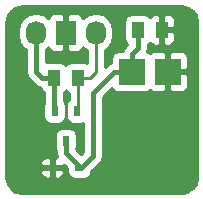
<source format=gbr>
G04 #@! TF.FileFunction,Copper,L1,Top,Signal*
%FSLAX46Y46*%
G04 Gerber Fmt 4.6, Leading zero omitted, Abs format (unit mm)*
G04 Created by KiCad (PCBNEW 0.201505162027+5655~23~ubuntu14.04.1-product) date Mi 10 Jun 2015 11:43:43 CEST*
%MOMM*%
G01*
G04 APERTURE LIST*
%ADD10C,0.100000*%
%ADD11R,2.200000X2.200000*%
%ADD12O,1.727200X2.032000*%
%ADD13R,1.727200X2.032000*%
%ADD14R,1.000000X1.397000*%
%ADD15R,0.750000X0.550000*%
%ADD16R,0.609600X0.889000*%
%ADD17C,0.400000*%
%ADD18C,0.250000*%
%ADD19C,0.254000*%
G04 APERTURE END LIST*
D10*
D11*
X170180000Y-67818000D03*
X167132000Y-67818000D03*
D12*
X159004000Y-64516000D03*
D13*
X161544000Y-64516000D03*
D12*
X164084000Y-64516000D03*
D14*
X169672000Y-64262000D03*
X167640000Y-64262000D03*
X162560000Y-68326000D03*
X160528000Y-68326000D03*
D15*
X160401000Y-75946000D03*
X162687000Y-75946000D03*
D16*
X160591500Y-71120000D03*
X162496500Y-71120000D03*
X161544000Y-73660000D03*
D17*
X163830000Y-70612000D02*
X163830000Y-69596000D01*
X163830000Y-74930000D02*
X163830000Y-70612000D01*
X162814000Y-75946000D02*
X163830000Y-74930000D01*
X165608000Y-67818000D02*
X167132000Y-67818000D01*
X163830000Y-69596000D02*
X165608000Y-67818000D01*
X167640000Y-64262000D02*
X167640000Y-65786000D01*
X167640000Y-65786000D02*
X167132000Y-66294000D01*
X167132000Y-66294000D02*
X167132000Y-67818000D01*
X162687000Y-75946000D02*
X162814000Y-75946000D01*
X161544000Y-73660000D02*
X161544000Y-74676000D01*
X161544000Y-74676000D02*
X162687000Y-75819000D01*
X162687000Y-75819000D02*
X162687000Y-75946000D01*
X160528000Y-68326000D02*
X160528000Y-71056500D01*
X160528000Y-71056500D02*
X160591500Y-71120000D01*
X159004000Y-64516000D02*
X159004000Y-67818000D01*
X159512000Y-68326000D02*
X160528000Y-68326000D01*
X159004000Y-67818000D02*
X159512000Y-68326000D01*
X169672000Y-64262000D02*
X169672000Y-65786000D01*
X170180000Y-66294000D02*
X170180000Y-67818000D01*
X169672000Y-65786000D02*
X170180000Y-66294000D01*
D18*
X162560000Y-68326000D02*
X162560000Y-71056500D01*
X162560000Y-71056500D02*
X162496500Y-71120000D01*
X164084000Y-64516000D02*
X164084000Y-67818000D01*
X163576000Y-68326000D02*
X162560000Y-68326000D01*
X164084000Y-67818000D02*
X163576000Y-68326000D01*
D19*
G36*
X172670000Y-76767534D02*
X172564735Y-77296738D01*
X172303181Y-77688179D01*
X171915000Y-77947554D01*
X171915000Y-69044310D01*
X171915000Y-68791691D01*
X171915000Y-68103750D01*
X171915000Y-67532250D01*
X171915000Y-66844309D01*
X171915000Y-66591690D01*
X171818327Y-66358301D01*
X171639698Y-66179673D01*
X171406309Y-66083000D01*
X170807000Y-66083000D01*
X170807000Y-65086810D01*
X170807000Y-64834191D01*
X170807000Y-64547750D01*
X170807000Y-63976250D01*
X170807000Y-63689809D01*
X170807000Y-63437190D01*
X170710327Y-63203801D01*
X170531698Y-63025173D01*
X170298309Y-62928500D01*
X169957750Y-62928500D01*
X169799000Y-63087250D01*
X169799000Y-64135000D01*
X170648250Y-64135000D01*
X170807000Y-63976250D01*
X170807000Y-64547750D01*
X170648250Y-64389000D01*
X169799000Y-64389000D01*
X169799000Y-65436750D01*
X169957750Y-65595500D01*
X170298309Y-65595500D01*
X170531698Y-65498827D01*
X170710327Y-65320199D01*
X170807000Y-65086810D01*
X170807000Y-66083000D01*
X170465750Y-66083000D01*
X170307000Y-66241750D01*
X170307000Y-67691000D01*
X171756250Y-67691000D01*
X171915000Y-67532250D01*
X171915000Y-68103750D01*
X171756250Y-67945000D01*
X170307000Y-67945000D01*
X170307000Y-69394250D01*
X170465750Y-69553000D01*
X171406309Y-69553000D01*
X171639698Y-69456327D01*
X171818327Y-69277699D01*
X171915000Y-69044310D01*
X171915000Y-77947554D01*
X171911738Y-77949734D01*
X171382533Y-78055000D01*
X170053000Y-78055000D01*
X170053000Y-69394250D01*
X170053000Y-67945000D01*
X170033000Y-67945000D01*
X170033000Y-67691000D01*
X170053000Y-67691000D01*
X170053000Y-66241750D01*
X169894250Y-66083000D01*
X168953691Y-66083000D01*
X168720302Y-66179673D01*
X168659376Y-66240597D01*
X168481640Y-66120623D01*
X168410847Y-66106426D01*
X168411439Y-66105541D01*
X168411439Y-66105540D01*
X168474999Y-65786000D01*
X168475000Y-65786000D01*
X168475000Y-65499952D01*
X168594927Y-65421173D01*
X168651232Y-65337758D01*
X168812302Y-65498827D01*
X169045691Y-65595500D01*
X169386250Y-65595500D01*
X169545000Y-65436750D01*
X169545000Y-64389000D01*
X169525000Y-64389000D01*
X169525000Y-64135000D01*
X169545000Y-64135000D01*
X169545000Y-63087250D01*
X169386250Y-62928500D01*
X169045691Y-62928500D01*
X168812302Y-63025173D01*
X168651510Y-63185963D01*
X168600673Y-63108573D01*
X168389640Y-62966123D01*
X168140000Y-62916060D01*
X167140000Y-62916060D01*
X166897877Y-62963037D01*
X166685073Y-63102827D01*
X166542623Y-63313860D01*
X166492560Y-63563500D01*
X166492560Y-64960500D01*
X166539537Y-65202623D01*
X166679327Y-65415427D01*
X166769103Y-65476027D01*
X166541566Y-65703566D01*
X166360561Y-65974459D01*
X166341445Y-66070560D01*
X166032000Y-66070560D01*
X165789877Y-66117537D01*
X165577073Y-66257327D01*
X165434623Y-66468360D01*
X165384560Y-66718000D01*
X165384560Y-67027444D01*
X165288460Y-67046560D01*
X165017566Y-67227566D01*
X164844000Y-67401132D01*
X164844000Y-65960648D01*
X165143670Y-65760415D01*
X165468526Y-65274234D01*
X165582600Y-64700745D01*
X165582600Y-64331255D01*
X165468526Y-63757766D01*
X165143670Y-63271585D01*
X164657489Y-62946729D01*
X164084000Y-62832655D01*
X163510511Y-62946729D01*
X163024330Y-63271585D01*
X163009499Y-63293780D01*
X162945927Y-63140302D01*
X162767299Y-62961673D01*
X162533910Y-62865000D01*
X162281291Y-62865000D01*
X161829750Y-62865000D01*
X161671000Y-63023750D01*
X161671000Y-64389000D01*
X161691000Y-64389000D01*
X161691000Y-64643000D01*
X161671000Y-64643000D01*
X161671000Y-66008250D01*
X161829750Y-66167000D01*
X162281291Y-66167000D01*
X162533910Y-66167000D01*
X162767299Y-66070327D01*
X162945927Y-65891698D01*
X163009499Y-65738219D01*
X163024330Y-65760415D01*
X163324000Y-65960648D01*
X163324000Y-67039816D01*
X163309640Y-67030123D01*
X163060000Y-66980060D01*
X162060000Y-66980060D01*
X161817877Y-67027037D01*
X161605073Y-67166827D01*
X161544168Y-67257054D01*
X161488673Y-67172573D01*
X161277640Y-67030123D01*
X161028000Y-66980060D01*
X160028000Y-66980060D01*
X159839000Y-67016730D01*
X159839000Y-65910534D01*
X160063670Y-65760415D01*
X160078500Y-65738219D01*
X160142073Y-65891698D01*
X160320701Y-66070327D01*
X160554090Y-66167000D01*
X160806709Y-66167000D01*
X161258250Y-66167000D01*
X161417000Y-66008250D01*
X161417000Y-64643000D01*
X161397000Y-64643000D01*
X161397000Y-64389000D01*
X161417000Y-64389000D01*
X161417000Y-63023750D01*
X161258250Y-62865000D01*
X160806709Y-62865000D01*
X160554090Y-62865000D01*
X160320701Y-62961673D01*
X160142073Y-63140302D01*
X160078500Y-63293780D01*
X160063670Y-63271585D01*
X159577489Y-62946729D01*
X159004000Y-62832655D01*
X158430511Y-62946729D01*
X157944330Y-63271585D01*
X157619474Y-63757766D01*
X157505400Y-64331255D01*
X157505400Y-64700745D01*
X157619474Y-65274234D01*
X157944330Y-65760415D01*
X158169000Y-65910534D01*
X158169000Y-67818000D01*
X158232561Y-68137541D01*
X158413566Y-68408434D01*
X158921565Y-68916434D01*
X158921566Y-68916434D01*
X159057012Y-69006936D01*
X159192459Y-69097439D01*
X159192460Y-69097439D01*
X159402830Y-69139284D01*
X159427537Y-69266623D01*
X159567327Y-69479427D01*
X159693000Y-69564257D01*
X159693000Y-70420412D01*
X159689323Y-70425860D01*
X159639260Y-70675500D01*
X159639260Y-71564500D01*
X159686237Y-71806623D01*
X159826027Y-72019427D01*
X160037060Y-72161877D01*
X160286700Y-72211940D01*
X160896300Y-72211940D01*
X161138423Y-72164963D01*
X161351227Y-72025173D01*
X161493677Y-71814140D01*
X161543740Y-71564500D01*
X161543740Y-70675500D01*
X161496763Y-70433377D01*
X161363000Y-70229747D01*
X161363000Y-69563952D01*
X161482927Y-69485173D01*
X161543831Y-69394945D01*
X161599327Y-69479427D01*
X161800000Y-69614883D01*
X161800000Y-70173293D01*
X161736773Y-70214827D01*
X161594323Y-70425860D01*
X161544260Y-70675500D01*
X161544260Y-71564500D01*
X161591237Y-71806623D01*
X161731027Y-72019427D01*
X161942060Y-72161877D01*
X162191700Y-72211940D01*
X162801300Y-72211940D01*
X162995000Y-72174358D01*
X162995000Y-74584132D01*
X162814000Y-74765132D01*
X162428780Y-74379912D01*
X162446177Y-74354140D01*
X162496240Y-74104500D01*
X162496240Y-73215500D01*
X162449263Y-72973377D01*
X162309473Y-72760573D01*
X162098440Y-72618123D01*
X161848800Y-72568060D01*
X161239200Y-72568060D01*
X160997077Y-72615037D01*
X160784273Y-72754827D01*
X160641823Y-72965860D01*
X160591760Y-73215500D01*
X160591760Y-74104500D01*
X160638737Y-74346623D01*
X160709000Y-74453585D01*
X160709000Y-74676000D01*
X160772561Y-74995541D01*
X160799594Y-75036000D01*
X160686750Y-75036000D01*
X160528000Y-75194750D01*
X160528000Y-75819000D01*
X161252250Y-75819000D01*
X161379191Y-75692059D01*
X161411000Y-75723868D01*
X161664560Y-75977428D01*
X161664560Y-76221000D01*
X161711537Y-76463123D01*
X161851327Y-76675927D01*
X162062360Y-76818377D01*
X162312000Y-76868440D01*
X163062000Y-76868440D01*
X163304123Y-76821463D01*
X163516927Y-76681673D01*
X163659377Y-76470640D01*
X163706824Y-76234043D01*
X164420434Y-75520434D01*
X164601439Y-75249541D01*
X164601439Y-75249540D01*
X164665000Y-74930000D01*
X164665000Y-70612000D01*
X164665000Y-69941868D01*
X165437566Y-69169301D01*
X165571327Y-69372927D01*
X165782360Y-69515377D01*
X166032000Y-69565440D01*
X168232000Y-69565440D01*
X168474123Y-69518463D01*
X168660202Y-69396228D01*
X168720302Y-69456327D01*
X168953691Y-69553000D01*
X169894250Y-69553000D01*
X170053000Y-69394250D01*
X170053000Y-78055000D01*
X161411000Y-78055000D01*
X161411000Y-76347310D01*
X161411000Y-76231750D01*
X161252250Y-76073000D01*
X160528000Y-76073000D01*
X160528000Y-76697250D01*
X160686750Y-76856000D01*
X160902309Y-76856000D01*
X161135698Y-76759327D01*
X161314327Y-76580699D01*
X161411000Y-76347310D01*
X161411000Y-78055000D01*
X160274000Y-78055000D01*
X160274000Y-76697250D01*
X160274000Y-76073000D01*
X160274000Y-75819000D01*
X160274000Y-75194750D01*
X160115250Y-75036000D01*
X159899691Y-75036000D01*
X159666302Y-75132673D01*
X159487673Y-75311301D01*
X159391000Y-75544690D01*
X159391000Y-75660250D01*
X159549750Y-75819000D01*
X160274000Y-75819000D01*
X160274000Y-76073000D01*
X159549750Y-76073000D01*
X159391000Y-76231750D01*
X159391000Y-76347310D01*
X159487673Y-76580699D01*
X159666302Y-76759327D01*
X159899691Y-76856000D01*
X160115250Y-76856000D01*
X160274000Y-76697250D01*
X160274000Y-78055000D01*
X157801465Y-78055000D01*
X157272261Y-77949735D01*
X156880820Y-77688181D01*
X156619265Y-77296738D01*
X156514000Y-76767533D01*
X156514000Y-63567466D01*
X156619265Y-63038261D01*
X156880820Y-62646818D01*
X157272261Y-62385264D01*
X157801465Y-62280000D01*
X171382533Y-62280000D01*
X171911738Y-62385265D01*
X172303181Y-62646820D01*
X172564735Y-63038261D01*
X172670000Y-63567465D01*
X172670000Y-76767534D01*
X172670000Y-76767534D01*
G37*
X172670000Y-76767534D02*
X172564735Y-77296738D01*
X172303181Y-77688179D01*
X171915000Y-77947554D01*
X171915000Y-69044310D01*
X171915000Y-68791691D01*
X171915000Y-68103750D01*
X171915000Y-67532250D01*
X171915000Y-66844309D01*
X171915000Y-66591690D01*
X171818327Y-66358301D01*
X171639698Y-66179673D01*
X171406309Y-66083000D01*
X170807000Y-66083000D01*
X170807000Y-65086810D01*
X170807000Y-64834191D01*
X170807000Y-64547750D01*
X170807000Y-63976250D01*
X170807000Y-63689809D01*
X170807000Y-63437190D01*
X170710327Y-63203801D01*
X170531698Y-63025173D01*
X170298309Y-62928500D01*
X169957750Y-62928500D01*
X169799000Y-63087250D01*
X169799000Y-64135000D01*
X170648250Y-64135000D01*
X170807000Y-63976250D01*
X170807000Y-64547750D01*
X170648250Y-64389000D01*
X169799000Y-64389000D01*
X169799000Y-65436750D01*
X169957750Y-65595500D01*
X170298309Y-65595500D01*
X170531698Y-65498827D01*
X170710327Y-65320199D01*
X170807000Y-65086810D01*
X170807000Y-66083000D01*
X170465750Y-66083000D01*
X170307000Y-66241750D01*
X170307000Y-67691000D01*
X171756250Y-67691000D01*
X171915000Y-67532250D01*
X171915000Y-68103750D01*
X171756250Y-67945000D01*
X170307000Y-67945000D01*
X170307000Y-69394250D01*
X170465750Y-69553000D01*
X171406309Y-69553000D01*
X171639698Y-69456327D01*
X171818327Y-69277699D01*
X171915000Y-69044310D01*
X171915000Y-77947554D01*
X171911738Y-77949734D01*
X171382533Y-78055000D01*
X170053000Y-78055000D01*
X170053000Y-69394250D01*
X170053000Y-67945000D01*
X170033000Y-67945000D01*
X170033000Y-67691000D01*
X170053000Y-67691000D01*
X170053000Y-66241750D01*
X169894250Y-66083000D01*
X168953691Y-66083000D01*
X168720302Y-66179673D01*
X168659376Y-66240597D01*
X168481640Y-66120623D01*
X168410847Y-66106426D01*
X168411439Y-66105541D01*
X168411439Y-66105540D01*
X168474999Y-65786000D01*
X168475000Y-65786000D01*
X168475000Y-65499952D01*
X168594927Y-65421173D01*
X168651232Y-65337758D01*
X168812302Y-65498827D01*
X169045691Y-65595500D01*
X169386250Y-65595500D01*
X169545000Y-65436750D01*
X169545000Y-64389000D01*
X169525000Y-64389000D01*
X169525000Y-64135000D01*
X169545000Y-64135000D01*
X169545000Y-63087250D01*
X169386250Y-62928500D01*
X169045691Y-62928500D01*
X168812302Y-63025173D01*
X168651510Y-63185963D01*
X168600673Y-63108573D01*
X168389640Y-62966123D01*
X168140000Y-62916060D01*
X167140000Y-62916060D01*
X166897877Y-62963037D01*
X166685073Y-63102827D01*
X166542623Y-63313860D01*
X166492560Y-63563500D01*
X166492560Y-64960500D01*
X166539537Y-65202623D01*
X166679327Y-65415427D01*
X166769103Y-65476027D01*
X166541566Y-65703566D01*
X166360561Y-65974459D01*
X166341445Y-66070560D01*
X166032000Y-66070560D01*
X165789877Y-66117537D01*
X165577073Y-66257327D01*
X165434623Y-66468360D01*
X165384560Y-66718000D01*
X165384560Y-67027444D01*
X165288460Y-67046560D01*
X165017566Y-67227566D01*
X164844000Y-67401132D01*
X164844000Y-65960648D01*
X165143670Y-65760415D01*
X165468526Y-65274234D01*
X165582600Y-64700745D01*
X165582600Y-64331255D01*
X165468526Y-63757766D01*
X165143670Y-63271585D01*
X164657489Y-62946729D01*
X164084000Y-62832655D01*
X163510511Y-62946729D01*
X163024330Y-63271585D01*
X163009499Y-63293780D01*
X162945927Y-63140302D01*
X162767299Y-62961673D01*
X162533910Y-62865000D01*
X162281291Y-62865000D01*
X161829750Y-62865000D01*
X161671000Y-63023750D01*
X161671000Y-64389000D01*
X161691000Y-64389000D01*
X161691000Y-64643000D01*
X161671000Y-64643000D01*
X161671000Y-66008250D01*
X161829750Y-66167000D01*
X162281291Y-66167000D01*
X162533910Y-66167000D01*
X162767299Y-66070327D01*
X162945927Y-65891698D01*
X163009499Y-65738219D01*
X163024330Y-65760415D01*
X163324000Y-65960648D01*
X163324000Y-67039816D01*
X163309640Y-67030123D01*
X163060000Y-66980060D01*
X162060000Y-66980060D01*
X161817877Y-67027037D01*
X161605073Y-67166827D01*
X161544168Y-67257054D01*
X161488673Y-67172573D01*
X161277640Y-67030123D01*
X161028000Y-66980060D01*
X160028000Y-66980060D01*
X159839000Y-67016730D01*
X159839000Y-65910534D01*
X160063670Y-65760415D01*
X160078500Y-65738219D01*
X160142073Y-65891698D01*
X160320701Y-66070327D01*
X160554090Y-66167000D01*
X160806709Y-66167000D01*
X161258250Y-66167000D01*
X161417000Y-66008250D01*
X161417000Y-64643000D01*
X161397000Y-64643000D01*
X161397000Y-64389000D01*
X161417000Y-64389000D01*
X161417000Y-63023750D01*
X161258250Y-62865000D01*
X160806709Y-62865000D01*
X160554090Y-62865000D01*
X160320701Y-62961673D01*
X160142073Y-63140302D01*
X160078500Y-63293780D01*
X160063670Y-63271585D01*
X159577489Y-62946729D01*
X159004000Y-62832655D01*
X158430511Y-62946729D01*
X157944330Y-63271585D01*
X157619474Y-63757766D01*
X157505400Y-64331255D01*
X157505400Y-64700745D01*
X157619474Y-65274234D01*
X157944330Y-65760415D01*
X158169000Y-65910534D01*
X158169000Y-67818000D01*
X158232561Y-68137541D01*
X158413566Y-68408434D01*
X158921565Y-68916434D01*
X158921566Y-68916434D01*
X159057012Y-69006936D01*
X159192459Y-69097439D01*
X159192460Y-69097439D01*
X159402830Y-69139284D01*
X159427537Y-69266623D01*
X159567327Y-69479427D01*
X159693000Y-69564257D01*
X159693000Y-70420412D01*
X159689323Y-70425860D01*
X159639260Y-70675500D01*
X159639260Y-71564500D01*
X159686237Y-71806623D01*
X159826027Y-72019427D01*
X160037060Y-72161877D01*
X160286700Y-72211940D01*
X160896300Y-72211940D01*
X161138423Y-72164963D01*
X161351227Y-72025173D01*
X161493677Y-71814140D01*
X161543740Y-71564500D01*
X161543740Y-70675500D01*
X161496763Y-70433377D01*
X161363000Y-70229747D01*
X161363000Y-69563952D01*
X161482927Y-69485173D01*
X161543831Y-69394945D01*
X161599327Y-69479427D01*
X161800000Y-69614883D01*
X161800000Y-70173293D01*
X161736773Y-70214827D01*
X161594323Y-70425860D01*
X161544260Y-70675500D01*
X161544260Y-71564500D01*
X161591237Y-71806623D01*
X161731027Y-72019427D01*
X161942060Y-72161877D01*
X162191700Y-72211940D01*
X162801300Y-72211940D01*
X162995000Y-72174358D01*
X162995000Y-74584132D01*
X162814000Y-74765132D01*
X162428780Y-74379912D01*
X162446177Y-74354140D01*
X162496240Y-74104500D01*
X162496240Y-73215500D01*
X162449263Y-72973377D01*
X162309473Y-72760573D01*
X162098440Y-72618123D01*
X161848800Y-72568060D01*
X161239200Y-72568060D01*
X160997077Y-72615037D01*
X160784273Y-72754827D01*
X160641823Y-72965860D01*
X160591760Y-73215500D01*
X160591760Y-74104500D01*
X160638737Y-74346623D01*
X160709000Y-74453585D01*
X160709000Y-74676000D01*
X160772561Y-74995541D01*
X160799594Y-75036000D01*
X160686750Y-75036000D01*
X160528000Y-75194750D01*
X160528000Y-75819000D01*
X161252250Y-75819000D01*
X161379191Y-75692059D01*
X161411000Y-75723868D01*
X161664560Y-75977428D01*
X161664560Y-76221000D01*
X161711537Y-76463123D01*
X161851327Y-76675927D01*
X162062360Y-76818377D01*
X162312000Y-76868440D01*
X163062000Y-76868440D01*
X163304123Y-76821463D01*
X163516927Y-76681673D01*
X163659377Y-76470640D01*
X163706824Y-76234043D01*
X164420434Y-75520434D01*
X164601439Y-75249541D01*
X164601439Y-75249540D01*
X164665000Y-74930000D01*
X164665000Y-70612000D01*
X164665000Y-69941868D01*
X165437566Y-69169301D01*
X165571327Y-69372927D01*
X165782360Y-69515377D01*
X166032000Y-69565440D01*
X168232000Y-69565440D01*
X168474123Y-69518463D01*
X168660202Y-69396228D01*
X168720302Y-69456327D01*
X168953691Y-69553000D01*
X169894250Y-69553000D01*
X170053000Y-69394250D01*
X170053000Y-78055000D01*
X161411000Y-78055000D01*
X161411000Y-76347310D01*
X161411000Y-76231750D01*
X161252250Y-76073000D01*
X160528000Y-76073000D01*
X160528000Y-76697250D01*
X160686750Y-76856000D01*
X160902309Y-76856000D01*
X161135698Y-76759327D01*
X161314327Y-76580699D01*
X161411000Y-76347310D01*
X161411000Y-78055000D01*
X160274000Y-78055000D01*
X160274000Y-76697250D01*
X160274000Y-76073000D01*
X160274000Y-75819000D01*
X160274000Y-75194750D01*
X160115250Y-75036000D01*
X159899691Y-75036000D01*
X159666302Y-75132673D01*
X159487673Y-75311301D01*
X159391000Y-75544690D01*
X159391000Y-75660250D01*
X159549750Y-75819000D01*
X160274000Y-75819000D01*
X160274000Y-76073000D01*
X159549750Y-76073000D01*
X159391000Y-76231750D01*
X159391000Y-76347310D01*
X159487673Y-76580699D01*
X159666302Y-76759327D01*
X159899691Y-76856000D01*
X160115250Y-76856000D01*
X160274000Y-76697250D01*
X160274000Y-78055000D01*
X157801465Y-78055000D01*
X157272261Y-77949735D01*
X156880820Y-77688181D01*
X156619265Y-77296738D01*
X156514000Y-76767533D01*
X156514000Y-63567466D01*
X156619265Y-63038261D01*
X156880820Y-62646818D01*
X157272261Y-62385264D01*
X157801465Y-62280000D01*
X171382533Y-62280000D01*
X171911738Y-62385265D01*
X172303181Y-62646820D01*
X172564735Y-63038261D01*
X172670000Y-63567465D01*
X172670000Y-76767534D01*
M02*

</source>
